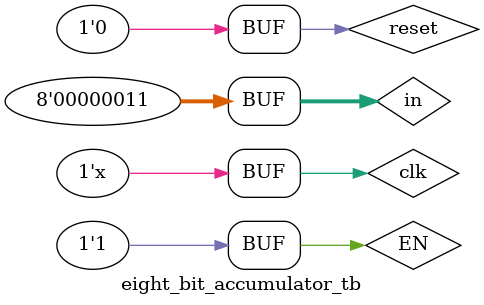
<source format=v>
module eight_bit_accumulator_tb;

reg [7:0] in;

reg EN, clk;

reg reset;

wire [7:0] acc;
eight_bit_accumulator uut (.in(in), .clk(clk), .en(EN), .rst(reset), .out(acc) );

initial begin
clk = 1'b0;

 reset <= 1'b1;
 EN=1'b1;

#10 reset<=1'b0;



in = 8'b00000001;

#50 in = 8'b00000010;
      EN=1'b0;
#50 in = 8'b00000011;
#50 EN=1'b1;
end

always #5 clk = ~clk;



endmodule

</source>
